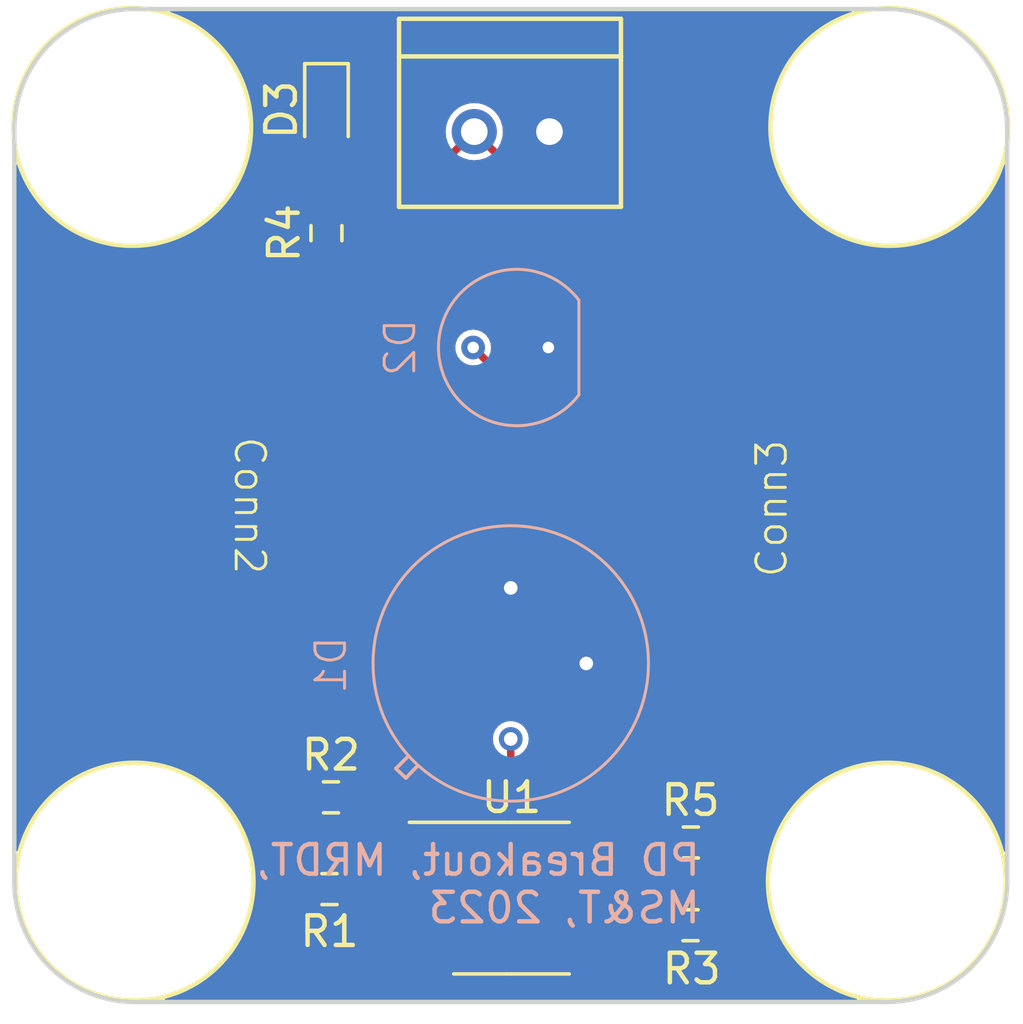
<source format=kicad_pcb>
(kicad_pcb (version 20221018) (generator pcbnew)
  (layers (0 "F.Cu" signal) (31 "B.Cu" signal) (34 "B.Paste" user) (35 "F.Paste" user) (36 "B.SilkS" user "B.Silkscreen") (37 "F.SilkS" user "F.Silkscreen") (38 "B.Mask" user) (39 "F.Mask" user) (44 "Edge.Cuts" user))
  (net 0 "")
  (net 1 "+3V3")
  (net 2 "GND")
  (net 3 "Net-(D3-A)")
  (net 4 "Net-(D1-K)")
  (net 5 "Net-(R1-Pad2)")
  (net 6 "Net-(Conn2-Tip)")
  (net 7 "Net-(D2-K)")
  (net 8 "Net-(R3-Pad2)")
  (net 9 "Net-(Conn3-Tip)")
  (footprint "Package_SO:SO-8_3.9x4.9mm_P1.27mm" (layer "F.Cu") (at 90.8304 92.5068)
    (fp_text reference "U1" (at 0 -3.4) (layer "F.SilkS"))
    (fp_text value "Opamp_Dual")
    (fp_line (start 0 -2.56) (end -3.45 -2.56) (stroke (width 0.12)) (layer "F.SilkS"))
    (fp_line (start 0 -2.56) (end 1.95 -2.56) (stroke (width 0.12)) (layer "F.SilkS"))
    (fp_line (start 0 2.56) (end -1.95 2.56) (stroke (width 0.12)) (layer "F.SilkS"))
    (fp_line (start 0 2.56) (end 1.95 2.56) (stroke (width 0.12)) (layer "F.SilkS"))
    (pad "1" smd roundrect (at -2.575 -1.905) (size 1.75 0.6) (layers "F.Cu" "F.Paste" "F.Mask") (net 6 "Net-(Conn2-Tip)"))
    (pad "2" smd roundrect (at -2.575 -0.635) (size 1.75 0.6) (layers "F.Cu" "F.Paste" "F.Mask") (net 4 "Net-(D1-K)"))
    (pad "3" smd roundrect (at -2.575 0.635) (size 1.75 0.6) (layers "F.Cu" "F.Paste" "F.Mask") (net 2 "GND"))
    (pad "4" smd roundrect (at -2.575 1.905) (size 1.75 0.6) (layers "F.Cu" "F.Paste" "F.Mask") (net 2 "GND"))
    (pad "5" smd roundrect (at 2.575 1.905) (size 1.75 0.6) (layers "F.Cu" "F.Paste" "F.Mask") (net 2 "GND"))
    (pad "6" smd roundrect (at 2.575 0.635) (size 1.75 0.6) (layers "F.Cu" "F.Paste" "F.Mask") (net 7 "Net-(D2-K)"))
    (pad "7" smd roundrect (at 2.575 -0.635) (size 1.75 0.6) (layers "F.Cu" "F.Paste" "F.Mask") (net 9 "Net-(Conn3-Tip)"))
    (pad "8" smd roundrect (at 2.575 -1.905) (size 1.75 0.6) (layers "F.Cu" "F.Paste" "F.Mask") (net 1 "+3V3"))
  )
  (footprint "Resistor_SMD:R_0603_1608Metric_Pad0.98x0.95mm_HandSolder" (layer "F.Cu") (at 84.6836 92.202 180)
    (fp_text reference "R1" (at 0 -1.43 180) (layer "F.SilkS"))
    (fp_text value "~")
    (fp_line (start -0.254724 -0.5225) (end 0.254724 -0.5225) (stroke (width 0.12)) (layer "F.SilkS"))
    (fp_line (start -0.254724 0.5225) (end 0.254724 0.5225) (stroke (width 0.12)) (layer "F.SilkS"))
    (pad "1" smd roundrect (at -0.9125 0 180) (size 0.975 0.95) (layers "F.Cu" "F.Paste" "F.Mask") (net 4 "Net-(D1-K)"))
    (pad "2" smd roundrect (at 0.9125 0 180) (size 0.975 0.95) (layers "F.Cu" "F.Paste" "F.Mask") (net 5 "Net-(R1-Pad2)"))
  )
  (footprint "LED_SMD:LED_0603_1608Metric_Pad1.05x0.95mm_HandSolder" (layer "F.Cu") (at 84.582 65.9892 -90)
    (fp_text reference "D3" (at -0.1016 1.524 90) (layer "F.SilkS"))
    (fp_text value "Green")
    (fp_line (start -1.66 -0.735) (end -1.66 0.735) (stroke (width 0.12)) (layer "F.SilkS"))
    (fp_line (start -1.66 0.735) (end 0.8 0.735) (stroke (width 0.12)) (layer "F.SilkS"))
    (fp_line (start 0.8 -0.735) (end -1.66 -0.735) (stroke (width 0.12)) (layer "F.SilkS"))
    (pad "1" smd roundrect (at -0.875 0 270) (size 1.05 0.95) (layers "F.Cu" "F.Paste" "F.Mask") (net 2 "GND"))
    (pad "2" smd roundrect (at 0.875 0 270) (size 1.05 0.95) (layers "F.Cu" "F.Paste" "F.Mask") (net 3 "Net-(D3-A)"))
  )
  (footprint "Resistor_SMD:R_0603_1608Metric_Pad0.98x0.95mm_HandSolder" (layer "F.Cu") (at 84.7344 89.1032)
    (fp_text reference "R2" (at 0 -1.43) (layer "F.SilkS"))
    (fp_text value "~")
    (fp_line (start -0.254724 -0.5225) (end 0.254724 -0.5225) (stroke (width 0.12)) (layer "F.SilkS"))
    (fp_line (start -0.254724 0.5225) (end 0.254724 0.5225) (stroke (width 0.12)) (layer "F.SilkS"))
    (pad "1" smd roundrect (at -0.9125 0) (size 0.975 0.95) (layers "F.Cu" "F.Paste" "F.Mask") (net 5 "Net-(R1-Pad2)"))
    (pad "2" smd roundrect (at 0.9125 0) (size 0.975 0.95) (layers "F.Cu" "F.Paste" "F.Mask") (net 6 "Net-(Conn2-Tip)"))
  )
  (footprint "MRDT_Drill_Holes:4_40_Hole_Corner" (layer "F.Cu") (at 99.49688 87.93988 -90)
    (fp_text reference "H3" hide)
    (fp_text value "MountingHole" hide)
    (fp_circle (center 4.00812 -4.00812) (end 4.00812 0.00508) (stroke (width 0.15)) (fill none) (layer "F.SilkS"))
    (pad "" np_thru_hole circle (at 4.00812 -4.00812 270) (size 2.9464 2.9464) (drill 2.9464) (layers "*.Cu" "*.Mask") (clearance 2.5))
  )
  (footprint "MRDT_Connectors:MOLEX_SL_02_Vertical" (layer "F.Cu") (at 89.5731 66.6242)
    (fp_text reference "Conn1" hide)
    (fp_text value "TIA")
    (fp_line (start -2.54 -3.81) (end 4.953 -3.81) (stroke (width 0.15)) (layer "F.SilkS"))
    (fp_line (start -2.54 -2.54) (end -2.54 -3.81) (stroke (width 0.15)) (layer "F.SilkS"))
    (fp_line (start -2.54 -2.54) (end -2.54 2.54) (stroke (width 0.15)) (layer "F.SilkS"))
    (fp_line (start -2.54 -2.54) (end 4.953 -2.54) (stroke (width 0.15)) (layer "F.SilkS"))
    (fp_line (start 4.953 -3.81) (end 4.953 -2.54) (stroke (width 0.15)) (layer "F.SilkS"))
    (fp_line (start 4.953 -2.54) (end 4.953 2.54) (stroke (width 0.15)) (layer "F.SilkS"))
    (fp_line (start 4.953 2.54) (end -2.54 2.54) (stroke (width 0.15)) (layer "F.SilkS"))
    (pad "1" thru_hole circle (at 0 0) (size 1.524 1.524) (drill 0.9) (layers "*.Cu" "*.Mask") (net 1 "+3V3"))
    (pad "2" thru_hole circle (at 2.54 0) (size 1.524 1.524) (drill 0.9) (layers "*.Cu" "*.Mask") (net 2 "GND"))
  )
  (footprint "FTIR_Footprints:142-0701-801" (layer "F.Cu") (at 104.7496 79.4004 90)
    (fp_text reference "Conn3" (at 0.0508 -5.1308 90 unlocked) (layer "F.SilkS") (effects (font (thickness 0.1))))
    (fp_text value "PD_2")
    (pad "1" smd rect (at 0 -0.635 180) (size 6.35 2.286) (layers "F.Cu" "F.Paste" "F.Mask") (net 9 "Net-(Conn3-Tip)"))
    (pad "2" smd rect (at -5.588 0 180) (size 5.08 2.413) (layers "F.Cu" "F.Paste" "F.Mask") (net 2 "GND"))
    (pad "2" smd rect (at -5.588 0 180) (size 5.08 2.413) (layers "B.Cu" "F.Paste" "F.Mask") (net 2 "GND"))
    (pad "2" smd rect (at 5.588 0 180) (size 5.08 2.413) (layers "F.Cu" "F.Paste" "F.Mask") (net 2 "GND"))
    (pad "2" smd rect (at 5.588 0 180) (size 5.08 2.413) (layers "B.Cu" "F.Paste" "F.Mask") (net 2 "GND"))
  )
  (footprint "MRDT_Drill_Holes:4_40_Hole_Corner" (layer "F.Cu") (at 82.11312 87.93988 180)
    (fp_text reference "H4" hide)
    (fp_text value "MountingHole" hide)
    (fp_circle (center 4.00812 -4.00812) (end 4.00812 0.00508) (stroke (width 0.15)) (fill none) (layer "F.SilkS"))
    (pad "" np_thru_hole circle (at 4.00812 -4.00812 180) (size 2.9464 2.9464) (drill 2.9464) (layers "*.Cu" "*.Mask") (clearance 2.5))
  )
  (footprint "MRDT_Drill_Holes:4_40_Hole_Corner" (layer "F.Cu") (at 82.0307 70.4737 90)
    (fp_text reference "H2" hide)
    (fp_text value "MountingHole" hide)
    (fp_circle (center 4.00812 -4.00812) (end 4.00812 0.00508) (stroke (width 0.15)) (fill none) (layer "F.SilkS"))
    (pad "" np_thru_hole circle (at 4.00812 -4.00812 90) (size 2.9464 2.9464) (drill 2.9464) (layers "*.Cu" "*.Mask") (clearance 2.5))
  )
  (footprint "Resistor_SMD:R_0603_1608Metric_Pad0.98x0.95mm_HandSolder" (layer "F.Cu") (at 96.887 90.6272 180)
    (fp_text reference "R5" (at 0.0114 1.4224 180) (layer "F.SilkS"))
    (fp_text value "~")
    (fp_line (start -0.254724 -0.5225) (end 0.254724 -0.5225) (stroke (width 0.12)) (layer "F.SilkS"))
    (fp_line (start -0.254724 0.5225) (end 0.254724 0.5225) (stroke (width 0.12)) (layer "F.SilkS"))
    (pad "1" smd roundrect (at -0.9125 0 180) (size 0.975 0.95) (layers "F.Cu" "F.Paste" "F.Mask") (net 8 "Net-(R3-Pad2)"))
    (pad "2" smd roundrect (at 0.9125 0 180) (size 0.975 0.95) (layers "F.Cu" "F.Paste" "F.Mask") (net 9 "Net-(Conn3-Tip)"))
  )
  (footprint "Resistor_SMD:R_0603_1608Metric_Pad0.98x0.95mm_HandSolder" (layer "F.Cu") (at 96.8756 93.4212)
    (fp_text reference "R3" (at 0.0394 1.4732) (layer "F.SilkS"))
    (fp_text value "~")
    (fp_line (start -0.254724 -0.5225) (end 0.254724 -0.5225) (stroke (width 0.12)) (layer "F.SilkS"))
    (fp_line (start -0.254724 0.5225) (end 0.254724 0.5225) (stroke (width 0.12)) (layer "F.SilkS"))
    (pad "1" smd roundrect (at -0.9125 0) (size 0.975 0.95) (layers "F.Cu" "F.Paste" "F.Mask") (net 7 "Net-(D2-K)"))
    (pad "2" smd roundrect (at 0.9125 0) (size 0.975 0.95) (layers "F.Cu" "F.Paste" "F.Mask") (net 8 "Net-(R3-Pad2)"))
  )
  (footprint "FTIR_Footprints:142-0701-801" (layer "F.Cu") (at 76.7588 79.3496 -90)
    (fp_text reference "Conn2" (at -0.1016 -5.2324 -90 unlocked) (layer "F.SilkS") (effects (font (thickness 0.1))))
    (fp_text value "PD_1")
    (pad "1" smd rect (at 0 -0.635) (size 6.35 2.286) (layers "F.Cu" "F.Paste" "F.Mask") (net 6 "Net-(Conn2-Tip)"))
    (pad "2" smd rect (at -5.588 0) (size 5.08 2.413) (layers "F.Cu" "F.Paste" "F.Mask") (net 2 "GND"))
    (pad "2" smd rect (at -5.588 0) (size 5.08 2.413) (layers "B.Cu" "F.Paste" "F.Mask") (net 2 "GND"))
    (pad "2" smd rect (at 5.588 0) (size 5.08 2.413) (layers "F.Cu" "F.Paste" "F.Mask") (net 2 "GND"))
    (pad "2" smd rect (at 5.588 0) (size 5.08 2.413) (layers "B.Cu" "F.Paste" "F.Mask") (net 2 "GND"))
  )
  (footprint "Resistor_SMD:R_0603_1608Metric_Pad0.98x0.95mm_HandSolder" (layer "F.Cu") (at 84.582 70.0532 90)
    (fp_text reference "R4" (at 0 -1.43 90) (layer "F.SilkS"))
    (fp_text value "100")
    (fp_line (start -0.254724 -0.5225) (end 0.254724 -0.5225) (stroke (width 0.12)) (layer "F.SilkS"))
    (fp_line (start -0.254724 0.5225) (end 0.254724 0.5225) (stroke (width 0.12)) (layer "F.SilkS"))
    (pad "1" smd roundrect (at -0.9125 0 90) (size 0.975 0.95) (layers "F.Cu" "F.Paste" "F.Mask") (net 1 "+3V3"))
    (pad "2" smd roundrect (at 0.9125 0 90) (size 0.975 0.95) (layers "F.Cu" "F.Paste" "F.Mask") (net 3 "Net-(D3-A)"))
  )
  (footprint "MRDT_Drill_Holes:4_40_Hole_Corner" (layer "F.Cu") (at 99.5793 70.4737)
    (fp_text reference "H1" hide)
    (fp_text value "MountingHole" hide)
    (fp_circle (center 4.00812 -4.00812) (end 4.00812 0.00508) (stroke (width 0.15)) (fill none) (layer "F.SilkS"))
    (pad "" np_thru_hole circle (at 4.00812 -4.00812) (size 2.9464 2.9464) (drill 2.9464) (layers "*.Cu" "*.Mask") (clearance 2.5))
  )
  (footprint "FTIR_Footprints:VTP9812FH" (layer "B.Cu") (at 90.805 73.914 -90)
    (fp_text reference "D2" (at 0 3.7338 90 unlocked) (layer "B.SilkS") (effects (font (thickness 0.1)) (justify mirror)))
    (fp_text value "D_Photo")
    (fp_line (start -1.6 -2.3) (end 1.6 -2.3) (stroke (width 0.1)) (layer "B.SilkS"))
    (fp_arc (start 1.6 -2.299999) (mid 0 2.440075) (end -1.6 -2.299999) (stroke (width 0.1)) (layer "B.SilkS"))
    (pad "1" thru_hole circle (at 0 1.27 270) (size 0.8 0.8) (drill 0.39) (layers "*.Cu" "*.Mask") (net 7 "Net-(D2-K)"))
    (pad "2" thru_hole circle (at 0 -1.27 270) (size 0.8 0.8) (drill 0.39) (layers "*.Cu" "*.Mask") (net 2 "GND"))
  )
  (footprint "FTIR_Footprints:P16113-011MN" (layer "B.Cu") (at 90.805 84.582 -90)
    (fp_text reference "D1" (at 0.0508 6.0706 90 unlocked) (layer "B.SilkS") (effects (font (thickness 0.1)) (justify mirror)))
    (fp_text value "S5971")
    (fp_line (start 3.13 3.46) (end 3.55 3.88) (stroke (width 0.12)) (layer "B.SilkS"))
    (fp_line (start 3.55 3.88) (end 3.87 3.54) (stroke (width 0.12)) (layer "B.SilkS"))
    (fp_line (start 3.87 3.54) (end 3.45 3.14) (stroke (width 0.12)) (layer "B.SilkS"))
    (fp_circle (center 0 0) (end 4.65 0) (stroke (width 0.1)) (fill none) (layer "B.SilkS"))
    (pad "1" thru_hole circle (at 2.55 0 270) (size 0.8 0.8) (drill 0.46) (layers "*.Cu" "*.Mask") (net 4 "Net-(D1-K)"))
    (pad "2" thru_hole circle (at 0 -2.55 270) (size 0.8 0.8) (drill 0.46) (layers "*.Cu" "*.Mask") (net 2 "GND"))
    (pad "3" thru_hole circle (at -2.55 0 270) (size 0.8 0.8) (drill 0.46) (layers "*.Cu" "*.Mask") (net 2 "GND"))
  )
  (gr_line (start 107.569 91.948) (end 107.569 66.548) (stroke (width 0.15)) (layer "Edge.Cuts"))
  (gr_arc (start 74.041 66.548) (mid 75.231318 63.674319) (end 78.105 62.484) (stroke (width 0.15)) (layer "Edge.Cuts"))
  (gr_arc (start 103.505 62.484) (mid 106.378681 63.674318) (end 107.569 66.548) (stroke (width 0.15)) (layer "Edge.Cuts"))
  (gr_line (start 103.505 62.484) (end 78.105 62.484) (stroke (width 0.15)) (layer "Edge.Cuts"))
  (gr_line (start 103.505 96.012) (end 78.105 96.012) (stroke (width 0.15)) (layer "Edge.Cuts"))
  (gr_line (start 74.041 66.548) (end 74.041 91.948) (stroke (width 0.15)) (layer "Edge.Cuts"))
  (gr_arc (start 107.569 91.948) (mid 106.378682 94.821681) (end 103.505 96.012) (stroke (width 0.15)) (layer "Edge.Cuts"))
  (gr_arc (start 78.105 96.012) (mid 75.231319 94.821682) (end 74.041 91.948) (stroke (width 0.15)) (layer "Edge.Cuts"))
  (gr_text "PD Breakout, MRDT,\nMS&T, 2023" (at 97.282 93.4212) (layer "B.SilkS") (effects (font (size 1 1)) (justify left bottom mirror)))
  (segment (start 89.5731 66.6242) (end 85.2316 70.9657) (width 0.254) (layer "F.Cu") (net 1))
  (segment (start 85.2316 70.9657) (end 84.582 70.9657) (width 0.254) (layer "F.Cu") (net 1))
  (segment (start 96.52 84.328) (end 96.52 73.5711) (width 0.254) (layer "F.Cu") (net 1))
  (segment (start 93.4054 90.6018) (end 93.4054 87.4426) (width 0.254) (layer "F.Cu") (net 1))
  (segment (start 96.52 73.5711) (end 89.5731 66.6242) (width 0.254) (layer "F.Cu") (net 1))
  (segment (start 93.4054 87.4426) (end 96.52 84.328) (width 0.254) (layer "F.Cu") (net 1))
  (segment (start 84.582 69.1407) (end 84.582 66.8642) (width 0.254) (layer "F.Cu") (net 3))
  (segment (start 90.805 89.8906) (end 90.805 87.132) (width 0.254) (layer "F.Cu") (net 4))
  (segment (start 88.2554 91.8718) (end 88.8238 91.8718) (width 0.254) (layer "F.Cu") (net 4))
  (segment (start 88.1284 91.9988) (end 85.7618 91.9988) (width 0.254) (layer "F.Cu") (net 4))
  (segment (start 88.2554 91.8718) (end 88.1284 91.9988) (width 0.254) (layer "F.Cu") (net 4))
  (segment (start 85.7618 91.9988) (end 85.5586 92.202) (width 0.254) (layer "F.Cu") (net 4))
  (segment (start 88.8238 91.8718) (end 90.805 89.8906) (width 0.254) (layer "F.Cu") (net 4))
  (segment (start 83.8086 89.154) (end 83.8594 89.1032) (width 0.254) (layer "F.Cu") (net 5))
  (segment (start 83.8086 92.202) (end 83.8086 89.154) (width 0.254) (layer "F.Cu") (net 5))
  (segment (start 78.9432 79.3496) (end 85.6094 86.0158) (width 0.254) (layer "F.Cu") (net 6))
  (segment (start 77.3938 79.3496) (end 78.9432 79.3496) (width 0.254) (layer "F.Cu") (net 6))
  (segment (start 85.6094 86.0158) (end 85.6094 89.1032) (width 0.254) (layer "F.Cu") (net 6))
  (segment (start 85.9536 89.1032) (end 87.4522 90.6018) (width 0.254) (layer "F.Cu") (net 6))
  (segment (start 85.6094 89.1032) (end 85.9536 89.1032) (width 0.254) (layer "F.Cu") (net 6))
  (segment (start 87.4522 90.6018) (end 88.2554 90.6018) (width 0.254) (layer "F.Cu") (net 6))
  (segment (start 91.8972 76.2762) (end 91.8972 91.91318) (width 0.254) (layer "F.Cu") (net 7))
  (segment (start 93.12582 93.1418) (end 93.4054 93.1418) (width 0.254) (layer "F.Cu") (net 7))
  (segment (start 95.6837 93.1418) (end 95.9631 93.4212) (width 0.254) (layer "F.Cu") (net 7))
  (segment (start 91.8972 91.91318) (end 93.12582 93.1418) (width 0.254) (layer "F.Cu") (net 7))
  (segment (start 89.535 73.914) (end 91.8972 76.2762) (width 0.254) (layer "F.Cu") (net 7))
  (segment (start 93.4054 93.1418) (end 95.6837 93.1418) (width 0.254) (layer "F.Cu") (net 7))
  (segment (start 97.7995 90.6272) (end 97.7995 93.4098) (width 0.25) (layer "F.Cu") (net 8))
  (segment (start 97.7995 93.4098) (end 97.7881 93.4212) (width 0.25) (layer "F.Cu") (net 8))
  (segment (start 96.012 87.503) (end 96.012 90.5897) (width 0.254) (layer "F.Cu") (net 9))
  (segment (start 95.9745 90.6272) (end 95.504 90.6272) (width 0.254) (layer "F.Cu") (net 9))
  (segment (start 95.504 90.6272) (end 94.2594 91.8718) (width 0.254) (layer "F.Cu") (net 9))
  (segment (start 104.1146 79.4004) (end 96.012 87.503) (width 0.254) (layer "F.Cu") (net 9))
  (segment (start 94.2594 91.8718) (end 93.4054 91.8718) (width 0.254) (layer "F.Cu") (net 9))
  (segment (start 96.012 90.5897) (end 95.9745 90.6272) (width 0.254) (layer "F.Cu") (net 9))
  (zone (net 2) (net_name "GND") (layers "F&B.Cu") (name "GND") (connect_pads yes (clearance 0)) (min_thickness 0.25) (fill yes (thermal_gap 0.5) (thermal_bridge_width 0.5))
    (polygon (pts (xy 73.6092 62.23) (xy 108.1024 62.1792) (xy 108.0516 96.266) (xy 73.5584 96.3168)))
  )
)
</source>
